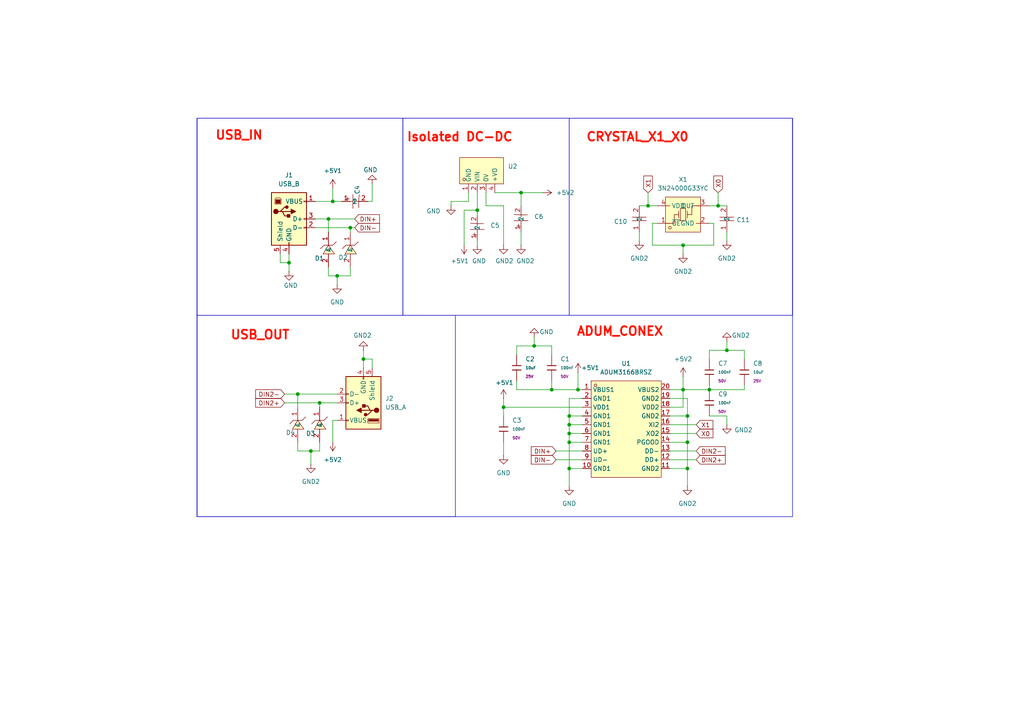
<source format=kicad_sch>
(kicad_sch (version 20250114) (generator "eeschema") (generator_version "9.0")
  (paper "A4")
  (lib_symbols
    (symbol "Connector:USB_A" (pin_names (offset 1.016))
      (property "Reference" "J" (at -5.08 11.43 0))
      (property "Value" "USB_A" (at -5.08 8.89 0))
      (symbol "USB_A_0_1"
        (rectangle (start -5.08 -7.62) (end 5.08 7.62) (stroke (width 0.254)) (fill (type background)))
        (circle (center -3.81 2.159) (radius 0.635) (stroke (width 0.254)) (fill (type outline)))
        (polyline (pts (xy -3.175 2.159) (xy -2.54 2.159) (xy -1.27 3.429) (xy -0.635 3.429)) (stroke (width 0.254)))
        (polyline (pts (xy -2.54 2.159) (xy -1.905 2.159) (xy -1.27 0.889) (xy 0 0.889)) (stroke (width 0.254)))
        (rectangle (start -1.524 4.826) (end -4.318 5.334) (fill (type outline)))
        (rectangle (start -1.27 4.572) (end -4.572 5.842))
        (circle (center -0.635 3.429) (radius 0.381) (stroke (width 0.254)) (fill (type outline)))
        (rectangle (start -0.127 -7.62) (end 0.127 -6.858))
        (rectangle (start 0.254 1.27) (end -0.508 0.508) (stroke (width 0.254)) (fill (type outline)))
        (polyline (pts (xy 0.635 2.794) (xy 0.635 1.524) (xy 1.905 2.159) (xy 0.635 2.794)) (stroke (width 0.254)) (fill (type outline)))
        (rectangle (start 5.08 4.953) (end 4.318 5.207))
        (rectangle (start 5.08 -0.127) (end 4.318 0.127))
        (rectangle (start 5.08 -2.667) (end 4.318 -2.413))
      )
      (symbol "USB_A_1_1"
        (polyline (pts (xy -1.905 2.159) (xy 0.635 2.159)) (stroke (width 0.254)))
        (pin passive line (at -2.54 -10.16 90) (length 2.54) (name "Shield") (number "5"))
        (pin power_in line (at 0 -10.16 90) (length 2.54) (name "GND") (number "4"))
        (pin power_in line (at 7.62 5.08 180) (length 2.54) (name "VBUS") (number "1"))
        (pin bidirectional line (at 7.62 0 180) (length 2.54) (name "D+") (number "3"))
        (pin bidirectional line (at 7.62 -2.54 180) (length 2.54) (name "D-") (number "2"))
      )
    )
    (symbol "Connector:USB_B" (pin_names (offset 1.016))
      (property "Reference" "J" (at -5.08 11.43 0))
      (property "Value" "USB_B" (at -5.08 8.89 0))
      (symbol "USB_B_0_1"
        (rectangle (start -5.08 -7.62) (end 5.08 7.62) (stroke (width 0.254)) (fill (type background)))
        (polyline (pts (xy -4.064 4.318) (xy -2.286 4.318) (xy -2.286 5.715) (xy -2.667 6.096) (xy -3.683 6.096) (xy -4.064 5.715) (xy -4.064 4.318)))
        (rectangle (start -3.81 5.588) (end -2.54 4.572) (fill (type outline)))
        (circle (center -3.81 2.159) (radius 0.635) (stroke (width 0.254)) (fill (type outline)))
        (polyline (pts (xy -3.175 2.159) (xy -2.54 2.159) (xy -1.27 3.429) (xy -0.635 3.429)) (stroke (width 0.254)))
        (polyline (pts (xy -2.54 2.159) (xy -1.905 2.159) (xy -1.27 0.889) (xy 0 0.889)) (stroke (width 0.254)))
        (polyline (pts (xy -1.905 2.159) (xy 0.635 2.159)) (stroke (width 0.254)))
        (circle (center -0.635 3.429) (radius 0.381) (stroke (width 0.254)) (fill (type outline)))
        (rectangle (start -0.127 -7.62) (end 0.127 -6.858))
        (rectangle (start 0.254 1.27) (end -0.508 0.508) (stroke (width 0.254)) (fill (type outline)))
        (polyline (pts (xy 0.635 2.794) (xy 0.635 1.524) (xy 1.905 2.159) (xy 0.635 2.794)) (stroke (width 0.254)) (fill (type outline)))
        (rectangle (start 5.08 4.953) (end 4.318 5.207))
        (rectangle (start 5.08 -0.127) (end 4.318 0.127))
        (rectangle (start 5.08 -2.667) (end 4.318 -2.413))
      )
      (symbol "USB_B_1_1"
        (pin passive line (at -2.54 -10.16 90) (length 2.54) (name "Shield") (number "5"))
        (pin power_out line (at 0 -10.16 90) (length 2.54) (name "GND") (number "4"))
        (pin power_out line (at 7.62 5.08 180) (length 2.54) (name "VBUS") (number "1"))
        (pin bidirectional line (at 7.62 0 180) (length 2.54) (name "D+") (number "3"))
        (pin bidirectional line (at 7.62 -2.54 180) (length 2.54) (name "D-") (number "2"))
      )
    )
    (symbol "EasyEDA:0805CG8R0C500NT"
      (property "Reference" "C" (at 0 5.08 0))
      (property "Value" "0805CG8R0C500NT" (at 0 -5.08 0))
      (symbol "0805CG8R0C500NT_0_1"
        (polyline (pts (xy -1.27 0) (xy -0.51 0)))
        (polyline (pts (xy -0.51 2.03) (xy -0.51 -2.03)))
        (polyline (pts (xy 0.51 2.03) (xy 0.51 -2.03)))
        (polyline (pts (xy 0.51 0) (xy 1.27 0)))
        (pin input line (at -3.81 0 0) (length 2.54) (name "1") (number "1"))
        (pin input line (at 3.81 0 180) (length 2.54) (name "2") (number "2"))
      )
    )
    (symbol "EasyEDA:3N24000G33YC"
      (property "Reference" "X" (at 0 7.62 0))
      (property "Value" "3N24000G33YC" (at 0 -7.62 0))
      (symbol "3N24000G33YC_0_1"
        (rectangle (start -5.08 5.08) (end 5.08 -5.08) (fill (type background)))
        (polyline (pts (xy -5.08 -2.54) (xy -2.54 -2.54) (xy -2.54 0) (xy -1.27 0)))
        (circle (center -3.81 -3.81) (radius 0.38))
        (polyline (pts (xy -1.27 -1.02) (xy -1.27 1.02)))
        (polyline (pts (xy -0.76 -1.78) (xy -0.76 1.78) (xy 0.76 1.78) (xy 0.76 -1.78)))
        (polyline (pts (xy 0.76 -1.78) (xy -0.76 -1.78)))
        (polyline (pts (xy 1.27 -1.02) (xy 1.27 1.02)))
        (polyline (pts (xy 5.08 2.54) (xy 2.54 2.54) (xy 2.54 0) (xy 1.27 0)))
        (pin input line (at -7.62 2.54 0) (length 3.81) (name "VDD") (number "4"))
        (pin input line (at -7.62 -2.54 0) (length 3.81) (name "~{OE}") (number "1"))
        (pin input line (at 7.62 2.54 180) (length 3.81) (name "OUT") (number "3"))
        (pin input line (at 7.62 -2.54 180) (length 3.81) (name "GND") (number "2"))
      )
    )
    (symbol "EasyEDA:4.7uF25V3*5"
      (property "Reference" "C" (at 0 5.08 0))
      (property "Value" "4.7uF 25V 3*5" (at 0 -5.08 0))
      (symbol "4.7uF25V3*5_0_1"
        (polyline (pts (xy -2.54 0.76) (xy -1.52 0.76)))
        (polyline (pts (xy -2.03 1.27) (xy -2.03 0.25)))
        (polyline (pts (xy -1.27 0) (xy -0.51 0)))
        (polyline (pts (xy -0.51 2.03) (xy -0.51 -2.03)))
        (polyline (pts (xy 0.51 0) (xy 1.27 0)))
        (arc (start 1.21 -1.83) (mid 1.1844 0.0627) (end 1.33 1.95))
        (pin input line (at -3.81 0 0) (length 2.54) (name "1") (number "1"))
        (pin input line (at 3.81 0 180) (length 2.54) (name "2") (number "2"))
      )
    )
    (symbol "EasyEDA:ADUM3166BRSZ"
      (property "Reference" "U" (at 0 16.51 0))
      (property "Value" "ADUM3166BRSZ" (at 0 -16.51 0))
      (symbol "ADUM3166BRSZ_0_1"
        (rectangle (start -10.16 13.97) (end 10.16 -13.97) (fill (type background)))
        (circle (center -8.89 12.7) (radius 0.38))
        (pin unspecified line (at -12.7 11.43 0) (length 2.54) (name "VBUS1") (number "1"))
        (pin unspecified line (at -12.7 8.89 0) (length 2.54) (name "GND1") (number "2"))
        (pin unspecified line (at -12.7 6.35 0) (length 2.54) (name "VDD1") (number "3"))
        (pin unspecified line (at -12.7 3.81 0) (length 2.54) (name "GND1") (number "4"))
        (pin unspecified line (at -12.7 1.27 0) (length 2.54) (name "GND1") (number "5"))
        (pin unspecified line (at -12.7 -1.27 0) (length 2.54) (name "GND1") (number "6"))
        (pin unspecified line (at -12.7 -3.81 0) (length 2.54) (name "GND1") (number "7"))
        (pin unspecified line (at -12.7 -6.35 0) (length 2.54) (name "UD+") (number "8"))
        (pin unspecified line (at -12.7 -8.89 0) (length 2.54) (name "UD−") (number "9"))
        (pin unspecified line (at -12.7 -11.43 0) (length 2.54) (name "GND1") (number "10"))
        (pin unspecified line (at 12.7 11.43 180) (length 2.54) (name "VBUS2") (number "20"))
        (pin unspecified line (at 12.7 8.89 180) (length 2.54) (name "GND2") (number "19"))
        (pin unspecified line (at 12.7 6.35 180) (length 2.54) (name "VDD2") (number "18"))
        (pin unspecified line (at 12.7 3.81 180) (length 2.54) (name "GND2") (number "17"))
        (pin unspecified line (at 12.7 1.27 180) (length 2.54) (name "XI2") (number "16"))
        (pin unspecified line (at 12.7 -1.27 180) (length 2.54) (name "XO2") (number "15"))
        (pin unspecified line (at 12.7 -3.81 180) (length 2.54) (name "PGOOD") (number "14"))
        (pin unspecified line (at 12.7 -6.35 180) (length 2.54) (name "DD−") (number "13"))
        (pin unspecified line (at 12.7 -8.89 180) (length 2.54) (name "DD+") (number "12"))
        (pin unspecified line (at 12.7 -11.43 180) (length 2.54) (name "GND2") (number "11"))
      )
    )
    (symbol "EasyEDA:B0503S-1WR3_C5444000"
      (property "Reference" "U" (at 0 8.89 0))
      (property "Value" "B0503S-1WR3_C5444000" (at 0 -8.89 0))
      (symbol "B0503S-1WR3_C5444000_0_1"
        (rectangle (start -3.81 6.35) (end 3.81 -6.35) (fill (type background)))
        (circle (center -2.54 5.08) (radius 0.38))
        (pin unspecified line (at -6.35 3.81 0) (length 2.54) (name "GND") (number "1"))
        (pin unspecified line (at -6.35 1.27 0) (length 2.54) (name "VIN") (number "2"))
        (pin unspecified line (at -6.35 -1.27 0) (length 2.54) (name "0V") (number "3"))
        (pin unspecified line (at -6.35 -3.81 0) (length 2.54) (name "+VO") (number "4"))
      )
    )
    (symbol "EasyEDA:SMBJ6.8A"
      (property "Reference" "D" (at 0 5.08 0))
      (property "Value" "SMBJ6.8A" (at 0 -5.08 0))
      (symbol "SMBJ6.8A_0_1"
        (polyline (pts (xy -2.29 2.29) (xy -1.27 1.27) (xy -1.27 -1.27) (xy -0.25 -2.29)))
        (polyline (pts (xy 1.27 -1.52) (xy -1.27 0) (xy 1.27 1.78) (xy 1.27 -1.52)) (fill (type background)))
        (pin unspecified line (at -5.08 0 0) (length 3.81) (name "C") (number "1"))
        (pin unspecified line (at 5.08 0 180) (length 3.81) (name "A") (number "2"))
      )
    )
    (symbol "PCM_JLCPCB-Capacitors:0603,100nF" (pin_numbers (hide yes)) (pin_names (offset 0))
      (property "Reference" "C" (at 2.032 1.668 0))
      (property "Value" "100nF" (at 2.032 -0.3782 0))
      (property "Voltage Rated" "50V" (at 2.032 -2.0462 0))
      (symbol "0603,100nF_0_1"
        (polyline (pts (xy -1.27 0.635) (xy 1.27 0.635)) (stroke (width 0.254)))
        (polyline (pts (xy -1.27 -0.635) (xy 1.27 -0.635)) (stroke (width 0.254)))
      )
      (symbol "0603,100nF_1_1"
        (pin passive line (at 0 3.81 270) (length 3.175) (name "~") (number "1"))
        (pin passive line (at 0 -3.81 90) (length 3.175) (name "~") (number "2"))
      )
    )
    (symbol "PCM_JLCPCB-Capacitors:0805,10uF" (pin_numbers (hide yes)) (pin_names (offset 0))
      (property "Reference" "C" (at 2.032 1.668 0))
      (property "Value" "10uF" (at 2.032 -0.3782 0))
      (property "Voltage Rated" "25V" (at 2.032 -2.0462 0))
      (symbol "0805,10uF_0_1"
        (polyline (pts (xy -1.27 0.635) (xy 1.27 0.635)) (stroke (width 0.254)))
        (polyline (pts (xy -1.27 -0.635) (xy 1.27 -0.635)) (stroke (width 0.254)))
      )
      (symbol "0805,10uF_1_1"
        (pin passive line (at 0 3.81 270) (length 3.175) (name "~") (number "1"))
        (pin passive line (at 0 -3.81 90) (length 3.175) (name "~") (number "2"))
      )
    )
    (symbol "power:+5V" (power) (pin_numbers (hide yes)) (pin_names (offset 0) (hide yes))
      (property "Value" "+5V" (at 0 3.556 0))
      (symbol "+5V_0_1"
        (polyline (pts (xy -0.762 1.27) (xy 0 2.54)))
        (polyline (pts (xy 0 2.54) (xy 0.762 1.27)))
        (polyline (pts (xy 0 0) (xy 0 2.54)))
      )
      (symbol "+5V_1_1"
        (pin power_in line (at 0 0 90) (length 0) (name "~") (number "1"))
      )
    )
    (symbol "power:GND" (power) (pin_numbers (hide yes)) (pin_names (offset 0) (hide yes))
      (property "Value" "GND" (at 0 -3.81 0))
      (symbol "GND_0_1"
        (polyline (pts (xy 0 0) (xy 0 -1.27) (xy 1.27 -1.27) (xy 0 -2.54) (xy -1.27 -1.27) (xy 0 -1.27)))
      )
      (symbol "GND_1_1"
        (pin power_in line (at 0 0 270) (length 0) (name "~") (number "1"))
      )
    )
    (symbol "power:GND2" (power) (pin_numbers (hide yes)) (pin_names (offset 0) (hide yes))
      (property "Value" "GND2" (at 0 -3.81 0))
      (symbol "GND2_0_1"
        (polyline (pts (xy 0 0) (xy 0 -1.27) (xy 1.27 -1.27) (xy 0 -2.54) (xy -1.27 -1.27) (xy 0 -1.27)))
      )
      (symbol "GND2_1_1"
        (pin power_in line (at 0 0 270) (length 0) (name "~") (number "1"))
      )
    )
  )
  (rectangle (start 57.15 34.29) (end 116.84 91.44))
  (rectangle (start 57.15 91.44) (end 132.08 149.86))
  (rectangle (start 57.15 34.29) (end 229.87 149.86))
  (rectangle (start 116.84 34.29) (end 165.1 91.44))
  (rectangle (start 165.1 34.29) (end 229.87 91.44))
  (text "Isolated DC-DC\n" (at 133.35 39.878 0) (effects (font (size 2.54 2.54) (thickness 0.508) (bold yes))))
  (text "USB_OUT" (at 75.438 97.282 0) (effects (font (size 2.54 2.54) (thickness 0.508) (bold yes))))
  (text "USB_IN\n" (at 69.342 39.37 0) (effects (font (size 2.54 2.54) (thickness 0.508) (bold yes))))
  (text "CRYSTAL_X1_X0\n" (at 184.912 39.878 0) (effects (font (size 2.54 2.54) (thickness 0.508) (bold yes))))
  (text "ADUM_CONEX\n" (at 179.832 96.266 0) (effects (font (size 2.54 2.54) (thickness 0.508) (bold yes))))
  (junction (at 165.1 120.65))
  (junction (at 92.71 116.84))
  (junction (at 146.05 118.11))
  (junction (at 95.25 63.5))
  (junction (at 199.39 135.89))
  (junction (at 165.1 123.19))
  (junction (at 90.17 130.81))
  (junction (at 96.52 58.42))
  (junction (at 187.96 59.69))
  (junction (at 160.02 113.03))
  (junction (at 205.74 113.03))
  (junction (at 199.39 128.27))
  (junction (at 165.1 128.27))
  (junction (at 97.79 80.01))
  (junction (at 105.41 104.14))
  (junction (at 151.13 55.88))
  (junction (at 167.64 113.03))
  (junction (at 198.12 71.12))
  (junction (at 165.1 135.89))
  (junction (at 199.39 120.65))
  (junction (at 198.12 113.03))
  (junction (at 165.1 125.73))
  (junction (at 101.6 66.04))
  (junction (at 154.94 100.33))
  (junction (at 138.43 60.96))
  (junction (at 208.28 59.69))
  (junction (at 83.82 76.2))
  (junction (at 210.82 101.6))
  (junction (at 86.36 114.3))
  (wire (pts (xy 199.39 120.65) (xy 199.39 128.27)))
  (wire (pts (xy 130.81 58.42) (xy 135.89 58.42)))
  (wire (pts (xy 95.25 63.5) (xy 95.25 67.31)))
  (wire (pts (xy 165.1 120.65) (xy 165.1 123.19)))
  (wire (pts (xy 91.44 66.04) (xy 101.6 66.04)))
  (wire (pts (xy 205.74 101.6) (xy 205.74 104.14)))
  (wire (pts (xy 151.13 55.88) (xy 143.51 55.88)))
  (wire (pts (xy 199.39 135.89) (xy 194.31 135.89)))
  (wire (pts (xy 165.1 123.19) (xy 168.91 123.19)))
  (wire (pts (xy 198.12 118.11) (xy 198.12 113.03)))
  (wire (pts (xy 215.9 111.76) (xy 215.9 113.03)))
  (wire (pts (xy 86.36 114.3) (xy 97.79 114.3)))
  (wire (pts (xy 96.52 121.92) (xy 97.79 121.92)))
  (wire (pts (xy 215.9 101.6) (xy 210.82 101.6)))
  (wire (pts (xy 205.74 59.69) (xy 208.28 59.69)))
  (wire (pts (xy 194.31 133.35) (xy 201.93 133.35)))
  (wire (pts (xy 107.95 58.42) (xy 106.68 58.42)))
  (wire (pts (xy 105.41 101.6) (xy 105.41 104.14)))
  (wire (pts (xy 146.05 128.27) (xy 146.05 132.08)))
  (wire (pts (xy 95.25 80.01) (xy 97.79 80.01)))
  (wire (pts (xy 187.96 55.88) (xy 187.96 59.69)))
  (wire (pts (xy 187.96 59.69) (xy 190.5 59.69)))
  (wire (pts (xy 210.82 99.06) (xy 210.82 101.6)))
  (wire (pts (xy 167.64 113.03) (xy 168.91 113.03)))
  (wire (pts (xy 146.05 71.12) (xy 146.05 59.69)))
  (wire (pts (xy 215.9 104.14) (xy 215.9 101.6)))
  (wire (pts (xy 135.89 58.42) (xy 135.89 55.88)))
  (wire (pts (xy 194.31 123.19) (xy 201.93 123.19)))
  (wire (pts (xy 199.39 128.27) (xy 199.39 135.89)))
  (wire (pts (xy 96.52 58.42) (xy 91.44 58.42)))
  (wire (pts (xy 207.01 64.77) (xy 205.74 64.77)))
  (wire (pts (xy 96.52 58.42) (xy 99.06 58.42)))
  (wire (pts (xy 151.13 55.88) (xy 157.48 55.88)))
  (wire (pts (xy 107.95 106.68) (xy 107.95 104.14)))
  (wire (pts (xy 194.31 118.11) (xy 198.12 118.11)))
  (wire (pts (xy 83.82 76.2) (xy 83.82 78.74)))
  (wire (pts (xy 82.55 114.3) (xy 86.36 114.3)))
  (wire (pts (xy 194.31 125.73) (xy 201.93 125.73)))
  (wire (pts (xy 198.12 113.03) (xy 205.74 113.03)))
  (wire (pts (xy 81.28 73.66) (xy 81.28 76.2)))
  (wire (pts (xy 160.02 102.87) (xy 160.02 100.33)))
  (wire (pts (xy 92.71 128.27) (xy 92.71 130.81)))
  (wire (pts (xy 92.71 130.81) (xy 90.17 130.81)))
  (wire (pts (xy 146.05 115.57) (xy 146.05 118.11)))
  (wire (pts (xy 185.42 67.31) (xy 185.42 69.85)))
  (wire (pts (xy 86.36 130.81) (xy 86.36 128.27)))
  (wire (pts (xy 208.28 55.88) (xy 208.28 59.69)))
  (wire (pts (xy 101.6 77.47) (xy 101.6 80.01)))
  (wire (pts (xy 210.82 101.6) (xy 205.74 101.6)))
  (wire (pts (xy 210.82 123.19) (xy 210.82 120.65)))
  (wire (pts (xy 194.31 120.65) (xy 199.39 120.65)))
  (wire (pts (xy 168.91 115.57) (xy 165.1 115.57)))
  (wire (pts (xy 160.02 100.33) (xy 154.94 100.33)))
  (wire (pts (xy 165.1 120.65) (xy 168.91 120.65)))
  (wire (pts (xy 165.1 128.27) (xy 168.91 128.27)))
  (wire (pts (xy 154.94 97.79) (xy 154.94 100.33)))
  (wire (pts (xy 210.82 120.65) (xy 205.74 120.65)))
  (wire (pts (xy 81.28 76.2) (xy 83.82 76.2)))
  (wire (pts (xy 185.42 59.69) (xy 187.96 59.69)))
  (wire (pts (xy 107.95 104.14) (xy 105.41 104.14)))
  (wire (pts (xy 82.55 116.84) (xy 92.71 116.84)))
  (wire (pts (xy 207.01 71.12) (xy 198.12 71.12)))
  (wire (pts (xy 194.31 130.81) (xy 201.93 130.81)))
  (wire (pts (xy 146.05 118.11) (xy 168.91 118.11)))
  (wire (pts (xy 96.52 54.61) (xy 96.52 58.42)))
  (wire (pts (xy 199.39 115.57) (xy 199.39 120.65)))
  (wire (pts (xy 198.12 71.12) (xy 198.12 73.66)))
  (wire (pts (xy 138.43 69.85) (xy 138.43 71.12)))
  (wire (pts (xy 154.94 100.33) (xy 149.86 100.33)))
  (wire (pts (xy 107.95 53.34) (xy 107.95 58.42)))
  (wire (pts (xy 134.62 71.12) (xy 134.62 60.96)))
  (wire (pts (xy 96.52 128.27) (xy 96.52 121.92)))
  (wire (pts (xy 165.1 135.89) (xy 168.91 135.89)))
  (wire (pts (xy 198.12 109.22) (xy 198.12 113.03)))
  (wire (pts (xy 149.86 100.33) (xy 149.86 102.87)))
  (wire (pts (xy 92.71 118.11) (xy 92.71 116.84)))
  (wire (pts (xy 138.43 55.88) (xy 138.43 60.96)))
  (wire (pts (xy 194.31 115.57) (xy 199.39 115.57)))
  (wire (pts (xy 91.44 63.5) (xy 95.25 63.5)))
  (wire (pts (xy 140.97 59.69) (xy 140.97 55.88)))
  (wire (pts (xy 194.31 113.03) (xy 198.12 113.03)))
  (wire (pts (xy 101.6 66.04) (xy 102.87 66.04)))
  (wire (pts (xy 95.25 77.47) (xy 95.25 80.01)))
  (wire (pts (xy 189.23 71.12) (xy 189.23 64.77)))
  (wire (pts (xy 205.74 113.03) (xy 215.9 113.03)))
  (wire (pts (xy 194.31 128.27) (xy 199.39 128.27)))
  (wire (pts (xy 198.12 71.12) (xy 189.23 71.12)))
  (wire (pts (xy 92.71 116.84) (xy 97.79 116.84)))
  (wire (pts (xy 138.43 60.96) (xy 138.43 62.23)))
  (wire (pts (xy 165.1 125.73) (xy 168.91 125.73)))
  (wire (pts (xy 208.28 59.69) (xy 210.82 59.69)))
  (wire (pts (xy 160.02 113.03) (xy 167.64 113.03)))
  (wire (pts (xy 205.74 111.76) (xy 205.74 113.03)))
  (wire (pts (xy 167.64 107.95) (xy 167.64 113.03)))
  (wire (pts (xy 101.6 66.04) (xy 101.6 67.31)))
  (wire (pts (xy 146.05 59.69) (xy 140.97 59.69)))
  (wire (pts (xy 207.01 64.77) (xy 207.01 71.12)))
  (wire (pts (xy 149.86 113.03) (xy 160.02 113.03)))
  (wire (pts (xy 95.25 63.5) (xy 102.87 63.5)))
  (wire (pts (xy 151.13 59.69) (xy 151.13 55.88)))
  (wire (pts (xy 90.17 130.81) (xy 86.36 130.81)))
  (wire (pts (xy 165.1 135.89) (xy 165.1 140.97)))
  (wire (pts (xy 86.36 114.3) (xy 86.36 118.11)))
  (wire (pts (xy 165.1 125.73) (xy 165.1 128.27)))
  (wire (pts (xy 161.29 130.81) (xy 168.91 130.81)))
  (wire (pts (xy 105.41 104.14) (xy 105.41 106.68)))
  (wire (pts (xy 165.1 115.57) (xy 165.1 120.65)))
  (wire (pts (xy 151.13 67.31) (xy 151.13 71.12)))
  (wire (pts (xy 199.39 140.97) (xy 199.39 135.89)))
  (wire (pts (xy 101.6 80.01) (xy 97.79 80.01)))
  (wire (pts (xy 130.81 58.42) (xy 130.81 59.69)))
  (wire (pts (xy 160.02 110.49) (xy 160.02 113.03)))
  (wire (pts (xy 97.79 82.55) (xy 97.79 80.01)))
  (wire (pts (xy 149.86 110.49) (xy 149.86 113.03)))
  (wire (pts (xy 210.82 67.31) (xy 210.82 69.85)))
  (wire (pts (xy 146.05 118.11) (xy 146.05 120.65)))
  (wire (pts (xy 161.29 133.35) (xy 168.91 133.35)))
  (wire (pts (xy 134.62 60.96) (xy 138.43 60.96)))
  (wire (pts (xy 165.1 128.27) (xy 165.1 135.89)))
  (wire (pts (xy 83.82 73.66) (xy 83.82 76.2)))
  (wire (pts (xy 189.23 64.77) (xy 190.5 64.77)))
  (wire (pts (xy 90.17 130.81) (xy 90.17 134.62)))
  (wire (pts (xy 165.1 123.19) (xy 165.1 125.73)))
  (global_label "X0" (shape input) (at 201.93 125.73 0) (property "Intersheetrefs" "${INTERSHEET_REFS}" (effects (hide yes))))
  (global_label "X0" (shape input) (at 208.28 55.88 90) (property "Intersheetrefs" "${INTERSHEET_REFS}" (effects (hide yes))))
  (global_label "DIN2-" (shape input) (at 201.93 130.81 0) (property "Intersheetrefs" "${INTERSHEET_REFS}" (effects (hide yes))))
  (global_label "X1" (shape input) (at 201.93 123.19 0) (property "Intersheetrefs" "${INTERSHEET_REFS}" (effects (hide yes))))
  (global_label "X1" (shape input) (at 187.96 55.88 90) (property "Intersheetrefs" "${INTERSHEET_REFS}" (effects (hide yes))))
  (global_label "DIN-" (shape input) (at 161.29 133.35 180) (property "Intersheetrefs" "${INTERSHEET_REFS}" (effects (hide yes))))
  (global_label "DIN-" (shape input) (at 102.87 66.04 0) (property "Intersheetrefs" "${INTERSHEET_REFS}" (effects (hide yes))))
  (global_label "DIN2+" (shape input) (at 201.93 133.35 0) (property "Intersheetrefs" "${INTERSHEET_REFS}" (effects (hide yes))))
  (global_label "DIN2+" (shape input) (at 82.55 116.84 180) (property "Intersheetrefs" "${INTERSHEET_REFS}" (effects (hide yes))))
  (global_label "DIN+" (shape input) (at 161.29 130.81 180) (property "Intersheetrefs" "${INTERSHEET_REFS}" (effects (hide yes))))
  (global_label "DIN+" (shape input) (at 102.87 63.5 0) (property "Intersheetrefs" "${INTERSHEET_REFS}" (effects (hide yes))))
  (global_label "DIN2-" (shape input) (at 82.55 114.3 180) (property "Intersheetrefs" "${INTERSHEET_REFS}" (effects (hide yes))))
  (symbol (lib_id "EasyEDA:SMBJ6.8A") (at 95.25 72.39 270) (unit 1)
    (property "Reference" "D1" (at 93.98 74.93 90) (effects (justify right)))
    (property "Value" "SMBJ6.8A" (effects (hide yes)))
    (property "Footprint" "EasyEDA:SMB_L4.6-W3.6-LS5.3-RD" (effects (hide yes)))
    (property "Datasheet" "https://lcsc.com/product-detail/New-Arrivals_Bourne-Semicon-Shenzhen-SMBJ6-8A_C152090.html" (effects (hide yes)))
    (property "LCSC Part" "C152090" (effects (hide yes)))
  )
  (symbol (lib_id "power:GND") (at 107.95 53.34 180) (unit 1)
    (property "Reference" "#PWR09" (effects (hide yes)))
    (property "Value" "GND" (at 107.442 49.276 0))
    (property "Description" "Power symbol creates a global label with name \"GND\" , ground" (effects (hide yes)))
  )
  (symbol (lib_id "EasyEDA:0805CG8R0C500NT") (at 185.42 63.5 90) (unit 1)
    (property "Reference" "C10" (at 178.054 64.262 90) (effects (justify right)))
    (property "Value" "0805CG8R0C500NT" (effects (hide yes)))
    (property "Footprint" "EasyEDA:C0805" (effects (hide yes)))
    (property "Datasheet" "https://lcsc.com/product-detail/Multilayer-Ceramic-Capacitors-MLCC-SMD-SMT_8-0pF-8R0-0-25pF-50V_C1839.html" (effects (hide yes)))
    (property "LCSC Part" "C1839" (effects (hide yes)))
  )
  (symbol (lib_id "power:GND") (at 97.79 82.55 0) (unit 1)
    (property "Reference" "#PWR018" (effects (hide yes)))
    (property "Value" "GND" (at 97.79 87.63 0))
    (property "Description" "Power symbol creates a global label with name \"GND\" , ground" (effects (hide yes)))
  )
  (symbol (lib_id "PCM_JLCPCB-Capacitors:0805,10uF") (at 215.9 107.95 0) (unit 1)
    (property "Reference" "C8" (at 218.44 105.4099 0) (effects (justify left)))
    (property "Value" "10uF" (at 218.44 107.95 0) (effects (font (size 0.8 0.8)) (justify left)))
    (property "Footprint" "PCM_JLCPCB:C_0805" (effects (hide yes)))
    (property "Datasheet" "https://www.lcsc.com/datasheet/lcsc_datasheet_2304140030_Samsung-Electro-Mechanics-CL21A106KAYNNNE_C15850.pdf" (effects (hide yes)))
    (property "Description" "25V 10uF X5R ±10% 0805 Multilayer Ceramic Capacitors MLCC - SMD/SMT ROHS" (effects (hide yes)))
    (property "LCSC" "C15850" (effects (hide yes)))
    (property "Stock" "4105502" (effects (hide yes)))
    (property "Price" "0.012USD" (effects (hide yes)))
    (property "Process" "SMT" (effects (hide yes)))
    (property "Minimum Qty" "20" (effects (hide yes)))
    (property "Attrition Qty" "10" (effects (hide yes)))
    (property "Class" "Basic Component" (effects (hide yes)))
    (property "Category" "Capacitors,Multilayer Ceramic Capacitors MLCC - SMD/SMT" (effects (hide yes)))
    (property "Manufacturer" "Samsung Electro-Mechanics" (effects (hide yes)))
    (property "Part" "CL21A106KAYNNNE" (effects (hide yes)))
    (property "Voltage Rated" "25V" (at 218.44 110.49 0) (effects (font (size 0.8 0.8)) (justify left)))
    (property "Tolerance" "±10%" (effects (hide yes)))
    (property "Capacitance" "10uF" (effects (hide yes)))
    (property "Temperature Coefficient" "X5R" (effects (hide yes)))
  )
  (symbol (lib_id "power:GND") (at 130.81 59.69 0) (unit 1)
    (property "Reference" "#PWR05" (effects (hide yes)))
    (property "Value" "GND" (at 125.73 61.214 0))
    (property "Description" "Power symbol creates a global label with name \"GND\" , ground" (effects (hide yes)))
  )
  (symbol (lib_id "power:GND2") (at 210.82 69.85 0) (unit 1)
    (property "Reference" "#PWR025" (effects (hide yes)))
    (property "Value" "GND2" (at 210.82 74.93 0))
    (property "Description" "Power symbol creates a global label with name \"GND2\" , ground" (effects (hide yes)))
  )
  (symbol (lib_id "power:GND2") (at 90.17 134.62 0) (unit 1)
    (property "Reference" "#PWR021" (effects (hide yes)))
    (property "Value" "GND2" (at 90.17 139.7 0))
    (property "Description" "Power symbol creates a global label with name \"GND2\" , ground" (effects (hide yes)))
  )
  (symbol (lib_id "PCM_JLCPCB-Capacitors:0805,10uF") (at 149.86 106.68 0) (unit 1)
    (property "Reference" "C2" (at 152.4 104.1399 0) (effects (justify left)))
    (property "Value" "10uF" (at 152.4 106.68 0) (effects (font (size 0.8 0.8)) (justify left)))
    (property "Footprint" "PCM_JLCPCB:C_0805" (effects (hide yes)))
    (property "Datasheet" "https://www.lcsc.com/datasheet/lcsc_datasheet_2304140030_Samsung-Electro-Mechanics-CL21A106KAYNNNE_C15850.pdf" (effects (hide yes)))
    (property "Description" "25V 10uF X5R ±10% 0805 Multilayer Ceramic Capacitors MLCC - SMD/SMT ROHS" (effects (hide yes)))
    (property "LCSC" "C15850" (effects (hide yes)))
    (property "Stock" "4105502" (effects (hide yes)))
    (property "Price" "0.012USD" (effects (hide yes)))
    (property "Process" "SMT" (effects (hide yes)))
    (property "Minimum Qty" "20" (effects (hide yes)))
    (property "Attrition Qty" "10" (effects (hide yes)))
    (property "Class" "Basic Component" (effects (hide yes)))
    (property "Category" "Capacitors,Multilayer Ceramic Capacitors MLCC - SMD/SMT" (effects (hide yes)))
    (property "Manufacturer" "Samsung Electro-Mechanics" (effects (hide yes)))
    (property "Part" "CL21A106KAYNNNE" (effects (hide yes)))
    (property "Voltage Rated" "25V" (at 152.4 109.22 0) (effects (font (size 0.8 0.8)) (justify left)))
    (property "Tolerance" "±10%" (effects (hide yes)))
    (property "Capacitance" "10uF" (effects (hide yes)))
    (property "Temperature Coefficient" "X5R" (effects (hide yes)))
  )
  (symbol (lib_id "PCM_JLCPCB-Capacitors:0603,100nF") (at 205.74 116.84 180) (unit 1)
    (property "Reference" "C9" (at 208.28 114.2999 0) (effects (justify right)))
    (property "Value" "100nF" (at 208.28 116.84 0) (effects (font (size 0.8 0.8)) (justify right)))
    (property "Footprint" "PCM_JLCPCB:C_0603" (effects (hide yes)))
    (property "Datasheet" "https://www.lcsc.com/datasheet/lcsc_datasheet_2211101700_YAGEO-CC0603KRX7R9BB104_C14663.pdf" (effects (hide yes)))
    (property "Description" "50V 100nF X7R ±10% 0603 Multilayer Ceramic Capacitors MLCC - SMD/SMT ROHS" (effects (hide yes)))
    (property "LCSC" "C14663" (effects (hide yes)))
    (property "Stock" "66445262" (effects (hide yes)))
    (property "Price" "0.006USD" (effects (hide yes)))
    (property "Process" "SMT" (effects (hide yes)))
    (property "Minimum Qty" "20" (effects (hide yes)))
    (property "Attrition Qty" "10" (effects (hide yes)))
    (property "Class" "Basic Component" (effects (hide yes)))
    (property "Category" "Capacitors,Multilayer Ceramic Capacitors MLCC - SMD/SMT" (effects (hide yes)))
    (property "Manufacturer" "YAGEO" (effects (hide yes)))
    (property "Part" "CC0603KRX7R9BB104" (effects (hide yes)))
    (property "Voltage Rated" "50V" (at 208.28 119.38 0) (effects (font (size 0.8 0.8)) (justify right)))
    (property "Tolerance" "±10%" (effects (hide yes)))
    (property "Capacitance" "100nF" (effects (hide yes)))
    (property "Temperature Coefficient" "X7R" (effects (hide yes)))
  )
  (symbol (lib_id "power:GND") (at 165.1 140.97 0) (unit 1)
    (property "Reference" "#PWR03" (effects (hide yes)))
    (property "Value" "GND" (at 165.1 146.05 0))
    (property "Description" "Power symbol creates a global label with name \"GND\" , ground" (effects (hide yes)))
  )
  (symbol (lib_id "power:GND") (at 210.82 99.06 180) (unit 1)
    (property "Reference" "#PWR015" (effects (hide yes)))
    (property "Value" "GND2" (at 214.884 97.282 0))
    (property "Description" "Power symbol creates a global label with name \"GND\" , ground" (effects (hide yes)))
  )
  (symbol (lib_id "power:GND2") (at 198.12 73.66 0) (unit 1)
    (property "Reference" "#PWR023" (effects (hide yes)))
    (property "Value" "GND2" (at 198.12 78.74 0))
    (property "Description" "Power symbol creates a global label with name \"GND2\" , ground" (effects (hide yes)))
  )
  (symbol (lib_id "power:GND") (at 146.05 132.08 0) (unit 1)
    (property "Reference" "#PWR02" (effects (hide yes)))
    (property "Value" "GND" (at 146.05 137.16 0))
    (property "Description" "Power symbol creates a global label with name \"GND\" , ground" (effects (hide yes)))
  )
  (symbol (lib_id "PCM_JLCPCB-Capacitors:0603,100nF") (at 205.74 107.95 180) (unit 1)
    (property "Reference" "C7" (at 208.28 105.4099 0) (effects (justify right)))
    (property "Value" "100nF" (at 208.28 107.95 0) (effects (font (size 0.8 0.8)) (justify right)))
    (property "Footprint" "PCM_JLCPCB:C_0603" (effects (hide yes)))
    (property "Datasheet" "https://www.lcsc.com/datasheet/lcsc_datasheet_2211101700_YAGEO-CC0603KRX7R9BB104_C14663.pdf" (effects (hide yes)))
    (property "Description" "50V 100nF X7R ±10% 0603 Multilayer Ceramic Capacitors MLCC - SMD/SMT ROHS" (effects (hide yes)))
    (property "LCSC" "C14663" (effects (hide yes)))
    (property "Stock" "66445262" (effects (hide yes)))
    (property "Price" "0.006USD" (effects (hide yes)))
    (property "Process" "SMT" (effects (hide yes)))
    (property "Minimum Qty" "20" (effects (hide yes)))
    (property "Attrition Qty" "10" (effects (hide yes)))
    (property "Class" "Basic Component" (effects (hide yes)))
    (property "Category" "Capacitors,Multilayer Ceramic Capacitors MLCC - SMD/SMT" (effects (hide yes)))
    (property "Manufacturer" "YAGEO" (effects (hide yes)))
    (property "Part" "CC0603KRX7R9BB104" (effects (hide yes)))
    (property "Voltage Rated" "50V" (at 208.28 110.49 0) (effects (font (size 0.8 0.8)) (justify right)))
    (property "Tolerance" "±10%" (effects (hide yes)))
    (property "Capacitance" "100nF" (effects (hide yes)))
    (property "Temperature Coefficient" "X7R" (effects (hide yes)))
  )
  (symbol (lib_id "power:+5V") (at 134.62 71.12 180) (unit 1)
    (property "Reference" "#PWR07" (effects (hide yes)))
    (property "Value" "+5V1" (at 133.35 75.692 0))
    (property "Description" "Power symbol creates a global label with name \"+5V\"" (effects (hide yes)))
  )
  (symbol (lib_id "power:+5V") (at 167.64 107.95 0) (unit 1)
    (property "Reference" "#PWR016" (effects (hide yes)))
    (property "Value" "+5V1" (at 171.196 106.68 0))
    (property "Description" "Power symbol creates a global label with name \"+5V\"" (effects (hide yes)))
  )
  (symbol (lib_id "power:+5V") (at 96.52 128.27 180) (unit 1)
    (property "Reference" "#PWR013" (effects (hide yes)))
    (property "Value" "+5V2" (at 96.52 133.35 0))
    (property "Description" "Power symbol creates a global label with name \"+5V\"" (effects (hide yes)))
  )
  (symbol (lib_id "EasyEDA:B0503S-1WR3_C5444000") (at 139.7 49.53 90) (unit 1)
    (property "Reference" "U2" (at 147.32 48.2599 90) (effects (justify right)))
    (property "Value" "B0503S-1WR3_C5444000" (effects (hide yes)))
    (property "Footprint" "EasyEDA:PWRM-TH_B0503S-1WR2" (effects (hide yes)))
    (property "LCSC Part" "C5444000" (effects (hide yes)))
  )
  (symbol (lib_id "EasyEDA:ADUM3166BRSZ") (at 181.61 124.46 0) (unit 1)
    (property "Reference" "U1" (at 181.61 105.41 0))
    (property "Value" "ADUM3166BRSZ" (at 181.61 107.95 0))
    (property "Footprint" "EasyEDA:SSOP-20_L7.2-W5.3-P0.65-LS7.8-BL" (effects (hide yes)))
    (property "LCSC Part" "C7453661" (effects (hide yes)))
  )
  (symbol (lib_id "PCM_JLCPCB-Capacitors:0603,100nF") (at 146.05 124.46 180) (unit 1)
    (property "Reference" "C3" (at 148.59 121.9199 0) (effects (justify right)))
    (property "Value" "100nF" (at 148.59 124.46 0) (effects (font (size 0.8 0.8)) (justify right)))
    (property "Footprint" "PCM_JLCPCB:C_0603" (effects (hide yes)))
    (property "Datasheet" "https://www.lcsc.com/datasheet/lcsc_datasheet_2211101700_YAGEO-CC0603KRX7R9BB104_C14663.pdf" (effects (hide yes)))
    (property "Description" "50V 100nF X7R ±10% 0603 Multilayer Ceramic Capacitors MLCC - SMD/SMT ROHS" (effects (hide yes)))
    (property "LCSC" "C14663" (effects (hide yes)))
    (property "Stock" "66445262" (effects (hide yes)))
    (property "Price" "0.006USD" (effects (hide yes)))
    (property "Process" "SMT" (effects (hide yes)))
    (property "Minimum Qty" "20" (effects (hide yes)))
    (property "Attrition Qty" "10" (effects (hide yes)))
    (property "Class" "Basic Component" (effects (hide yes)))
    (property "Category" "Capacitors,Multilayer Ceramic Capacitors MLCC - SMD/SMT" (effects (hide yes)))
    (property "Manufacturer" "YAGEO" (effects (hide yes)))
    (property "Part" "CC0603KRX7R9BB104" (effects (hide yes)))
    (property "Voltage Rated" "50V" (at 148.59 127 0) (effects (font (size 0.8 0.8)) (justify right)))
    (property "Tolerance" "±10%" (effects (hide yes)))
    (property "Capacitance" "100nF" (effects (hide yes)))
    (property "Temperature Coefficient" "X7R" (effects (hide yes)))
  )
  (symbol (lib_id "EasyEDA:SMBJ6.8A") (at 101.6 72.39 270) (unit 1)
    (property "Reference" "D2" (at 100.838 74.676 90) (effects (justify right)))
    (property "Value" "SMBJ6.8A" (effects (hide yes)))
    (property "Footprint" "EasyEDA:SMB_L4.6-W3.6-LS5.3-RD" (effects (hide yes)))
    (property "Datasheet" "https://lcsc.com/product-detail/New-Arrivals_Bourne-Semicon-Shenzhen-SMBJ6-8A_C152090.html" (effects (hide yes)))
    (property "LCSC Part" "C152090" (effects (hide yes)))
  )
  (symbol (lib_id "EasyEDA:SMBJ6.8A") (at 86.36 123.19 270) (unit 1)
    (property "Reference" "D4" (at 85.598 125.476 90) (effects (justify right)))
    (property "Value" "SMBJ6.8A" (effects (hide yes)))
    (property "Footprint" "EasyEDA:SMB_L4.6-W3.6-LS5.3-RD" (effects (hide yes)))
    (property "Datasheet" "https://lcsc.com/product-detail/New-Arrivals_Bourne-Semicon-Shenzhen-SMBJ6-8A_C152090.html" (effects (hide yes)))
    (property "LCSC Part" "C152090" (effects (hide yes)))
  )
  (symbol (lib_id "power:GND") (at 151.13 71.12 0) (unit 1)
    (property "Reference" "#PWR011" (effects (hide yes)))
    (property "Value" "GND2" (at 152.4 75.692 0))
    (property "Description" "Power symbol creates a global label with name \"GND\" , ground" (effects (hide yes)))
  )
  (symbol (lib_id "power:GND") (at 83.82 78.74 0) (unit 1)
    (property "Reference" "#PWR020" (effects (hide yes)))
    (property "Value" "GND" (at 84.328 82.804 0))
    (property "Description" "Power symbol creates a global label with name \"GND\" , ground" (effects (hide yes)))
  )
  (symbol (lib_id "Connector:USB_B") (at 83.82 63.5 0) (unit 1)
    (property "Reference" "J1" (at 83.82 50.8 0))
    (property "Value" "USB_B" (at 83.82 53.34 0))
    (property "Footprint" "EasyEDA:USB-B_TH_USB-B-FEMALE-90" (effects (hide yes)))
    (property "Description" "USB Type B connector" (effects (hide yes)))
  )
  (symbol (lib_id "EasyEDA:4.7uF25V3*5") (at 151.13 63.5 90) (unit 1)
    (property "Reference" "C6" (at 154.94 62.8349 90) (effects (justify right)))
    (property "Value" "4.7uF 25V 3*5" (effects (hide yes)))
    (property "Footprint" "EasyEDA:CAP-TH_BD4.0-P1.50-D0.8-FD" (effects (hide yes)))
    (property "Datasheet" "https://lcsc.com/product-detail/Aluminum-Electrolytic-Capacitors-Leaded_4-7uF-25V_C44582.html" (effects (hide yes)))
    (property "LCSC Part" "C44582" (effects (hide yes)))
  )
  (symbol (lib_id "power:+5V") (at 157.48 55.88 270) (unit 1)
    (property "Reference" "#PWR014" (effects (hide yes)))
    (property "Value" "+5V2" (at 161.29 55.8799 90) (effects (justify left)))
    (property "Description" "Power symbol creates a global label with name \"+5V\"" (effects (hide yes)))
  )
  (symbol (lib_id "power:+5V") (at 96.52 54.61 0) (unit 1)
    (property "Reference" "#PWR06" (effects (hide yes)))
    (property "Value" "+5V1" (at 96.52 49.53 0))
    (property "Description" "Power symbol creates a global label with name \"+5V\"" (effects (hide yes)))
  )
  (symbol (lib_id "power:+5V") (at 198.12 109.22 0) (unit 1)
    (property "Reference" "#PWR017" (effects (hide yes)))
    (property "Value" "+5V2" (at 198.12 104.14 0))
    (property "Description" "Power symbol creates a global label with name \"+5V\"" (effects (hide yes)))
  )
  (symbol (lib_id "EasyEDA:4.7uF25V3*5") (at 102.87 58.42 0) (unit 1)
    (property "Reference" "C4" (at 103.632 56.388 90) (effects (justify left)))
    (property "Value" "4.7uF 25V 3*5" (effects (hide yes)))
    (property "Footprint" "EasyEDA:CAP-TH_BD4.0-P1.50-D0.8-FD" (effects (hide yes)))
    (property "Datasheet" "https://lcsc.com/product-detail/Aluminum-Electrolytic-Capacitors-Leaded_4-7uF-25V_C44582.html" (effects (hide yes)))
    (property "LCSC Part" "C44582" (effects (hide yes)))
  )
  (symbol (lib_id "EasyEDA:0805CG8R0C500NT") (at 210.82 63.5 90) (unit 1)
    (property "Reference" "C11" (at 213.614 63.754 90) (effects (justify right)))
    (property "Value" "0805CG8R0C500NT" (effects (hide yes)))
    (property "Footprint" "EasyEDA:C0805" (effects (hide yes)))
    (property "Datasheet" "https://lcsc.com/product-detail/Multilayer-Ceramic-Capacitors-MLCC-SMD-SMT_8-0pF-8R0-0-25pF-50V_C1839.html" (effects (hide yes)))
    (property "LCSC Part" "C1839" (effects (hide yes)))
  )
  (symbol (lib_id "power:GND") (at 138.43 71.12 0) (unit 1)
    (property "Reference" "#PWR010" (effects (hide yes)))
    (property "Value" "GND" (at 138.938 75.692 0))
    (property "Description" "Power symbol creates a global label with name \"GND\" , ground" (effects (hide yes)))
  )
  (symbol (lib_id "EasyEDA:3N24000G33YC") (at 198.12 62.23 0) (unit 1)
    (property "Reference" "X1" (at 198.12 52.07 0))
    (property "Value" "3N24000G33YC" (at 198.12 54.61 0))
    (property "Footprint" "EasyEDA:OSC-SMD_4P-L3.2-W2.5-BL" (effects (hide yes)))
    (property "Datasheet" "https://lcsc.com/product-detail/Others_SHENZHEN-CRYSTAL-TECH-3N24000G33YC_C252339.html" (effects (hide yes)))
    (property "LCSC Part" "C252339" (effects (hide yes)))
  )
  (symbol (lib_id "EasyEDA:4.7uF25V3*5") (at 138.43 66.04 90) (unit 1)
    (property "Reference" "C5" (at 142.24 65.3749 90) (effects (justify right)))
    (property "Value" "4.7uF 25V 3*5" (effects (hide yes)))
    (property "Footprint" "EasyEDA:CAP-TH_BD4.0-P1.50-D0.8-FD" (effects (hide yes)))
    (property "Datasheet" "https://lcsc.com/product-detail/Aluminum-Electrolytic-Capacitors-Leaded_4-7uF-25V_C44582.html" (effects (hide yes)))
    (property "LCSC Part" "C44582" (effects (hide yes)))
  )
  (symbol (lib_id "EasyEDA:SMBJ6.8A") (at 92.71 123.19 270) (unit 1)
    (property "Reference" "D3" (at 91.44 125.73 90) (effects (justify right)))
    (property "Value" "SMBJ6.8A" (effects (hide yes)))
    (property "Footprint" "EasyEDA:SMB_L4.6-W3.6-LS5.3-RD" (effects (hide yes)))
    (property "Datasheet" "https://lcsc.com/product-detail/New-Arrivals_Bourne-Semicon-Shenzhen-SMBJ6-8A_C152090.html" (effects (hide yes)))
    (property "LCSC Part" "C152090" (effects (hide yes)))
  )
  (symbol (lib_id "power:GND2") (at 199.39 140.97 0) (unit 1)
    (property "Reference" "#PWR04" (effects (hide yes)))
    (property "Value" "GND2" (at 199.39 146.05 0))
    (property "Description" "Power symbol creates a global label with name \"GND2\" , ground" (effects (hide yes)))
  )
  (symbol (lib_id "power:GND2") (at 185.42 69.85 0) (unit 1)
    (property "Reference" "#PWR024" (effects (hide yes)))
    (property "Value" "GND2" (at 185.42 74.93 0))
    (property "Description" "Power symbol creates a global label with name \"GND2\" , ground" (effects (hide yes)))
  )
  (symbol (lib_id "power:+5V") (at 146.05 115.57 0) (unit 1)
    (property "Reference" "#PWR08" (effects (hide yes)))
    (property "Value" "+5V1" (at 146.304 110.998 0))
    (property "Description" "Power symbol creates a global label with name \"+5V\"" (effects (hide yes)))
  )
  (symbol (lib_id "power:GND") (at 154.94 97.79 180) (unit 1)
    (property "Reference" "#PWR01" (effects (hide yes)))
    (property "Value" "GND" (at 158.496 96.266 0))
    (property "Description" "Power symbol creates a global label with name \"GND\" , ground" (effects (hide yes)))
  )
  (symbol (lib_id "PCM_JLCPCB-Capacitors:0603,100nF") (at 160.02 106.68 180) (unit 1)
    (property "Reference" "C1" (at 162.56 104.1399 0) (effects (justify right)))
    (property "Value" "100nF" (at 162.56 106.68 0) (effects (font (size 0.8 0.8)) (justify right)))
    (property "Footprint" "PCM_JLCPCB:C_0603" (effects (hide yes)))
    (property "Datasheet" "https://www.lcsc.com/datasheet/lcsc_datasheet_2211101700_YAGEO-CC0603KRX7R9BB104_C14663.pdf" (effects (hide yes)))
    (property "Description" "50V 100nF X7R ±10% 0603 Multilayer Ceramic Capacitors MLCC - SMD/SMT ROHS" (effects (hide yes)))
    (property "LCSC" "C14663" (effects (hide yes)))
    (property "Stock" "66445262" (effects (hide yes)))
    (property "Price" "0.006USD" (effects (hide yes)))
    (property "Process" "SMT" (effects (hide yes)))
    (property "Minimum Qty" "20" (effects (hide yes)))
    (property "Attrition Qty" "10" (effects (hide yes)))
    (property "Class" "Basic Component" (effects (hide yes)))
    (property "Category" "Capacitors,Multilayer Ceramic Capacitors MLCC - SMD/SMT" (effects (hide yes)))
    (property "Manufacturer" "YAGEO" (effects (hide yes)))
    (property "Part" "CC0603KRX7R9BB104" (effects (hide yes)))
    (property "Voltage Rated" "50V" (at 162.56 109.22 0) (effects (font (size 0.8 0.8)) (justify right)))
    (property "Tolerance" "±10%" (effects (hide yes)))
    (property "Capacitance" "100nF" (effects (hide yes)))
    (property "Temperature Coefficient" "X7R" (effects (hide yes)))
  )
  (symbol (lib_id "power:GND2") (at 146.05 71.12 0) (unit 1)
    (property "Reference" "#PWR012" (effects (hide yes)))
    (property "Value" "GND2" (at 146.304 75.692 0))
    (property "Description" "Power symbol creates a global label with name \"GND2\" , ground" (effects (hide yes)))
  )
  (symbol (lib_id "power:GND") (at 105.41 101.6 180) (unit 1)
    (property "Reference" "#PWR019" (effects (hide yes)))
    (property "Value" "GND2" (at 105.156 97.282 0))
    (property "Description" "Power symbol creates a global label with name \"GND\" , ground" (effects (hide yes)))
  )
  (symbol (lib_id "power:GND") (at 210.82 123.19 0) (unit 1)
    (property "Reference" "#PWR022" (effects (hide yes)))
    (property "Value" "GND2" (at 215.646 124.714 0))
    (property "Description" "Power symbol creates a global label with name \"GND\" , ground" (effects (hide yes)))
  )
  (symbol (lib_id "Connector:USB_A") (at 105.41 116.84 180) (unit 1)
    (property "Reference" "J2" (at 111.76 115.5699 0) (effects (justify right)))
    (property "Value" "USB_A" (at 111.76 118.1099 0) (effects (justify right)))
    (property "Footprint" "EasyEDA:USB-A-TH_USB-M-41" (effects (hide yes)))
    (property "Description" "USB Type A connector" (effects (hide yes)))
  )
)
</source>
